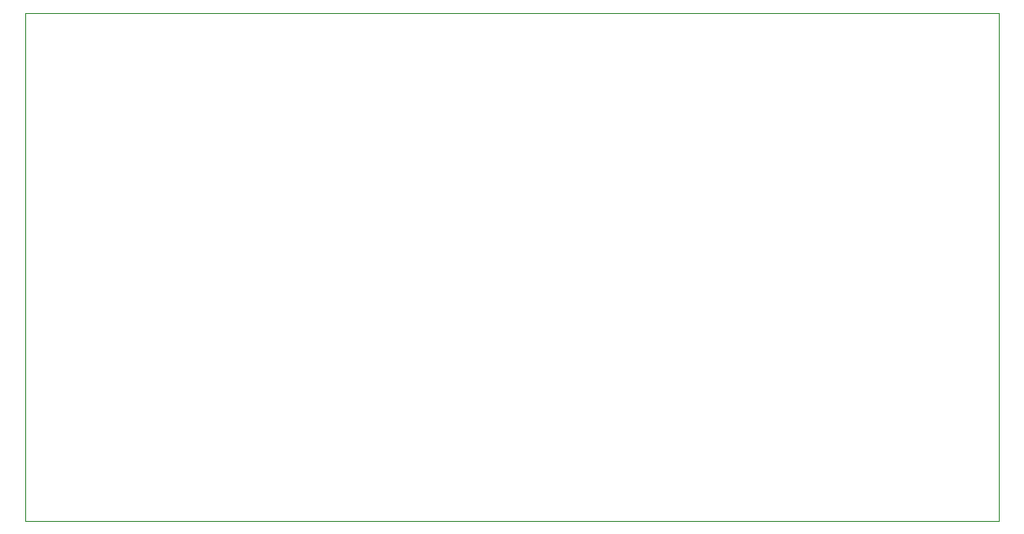
<source format=gbr>
%TF.GenerationSoftware,KiCad,Pcbnew,(6.0.2)*%
%TF.CreationDate,2024-02-06T19:16:59+03:00*%
%TF.ProjectId,Pistol_Camera_Driver,50697374-6f6c-45f4-9361-6d6572615f44,rev?*%
%TF.SameCoordinates,Original*%
%TF.FileFunction,Profile,NP*%
%FSLAX46Y46*%
G04 Gerber Fmt 4.6, Leading zero omitted, Abs format (unit mm)*
G04 Created by KiCad (PCBNEW (6.0.2)) date 2024-02-06 19:16:59*
%MOMM*%
%LPD*%
G01*
G04 APERTURE LIST*
%TA.AperFunction,Profile*%
%ADD10C,0.100000*%
%TD*%
G04 APERTURE END LIST*
D10*
X24850000Y-31600000D02*
X113200000Y-31600000D01*
X113200000Y-31600000D02*
X113200000Y-77700000D01*
X113200000Y-77700000D02*
X24850000Y-77700000D01*
X24850000Y-77700000D02*
X24850000Y-31600000D01*
M02*

</source>
